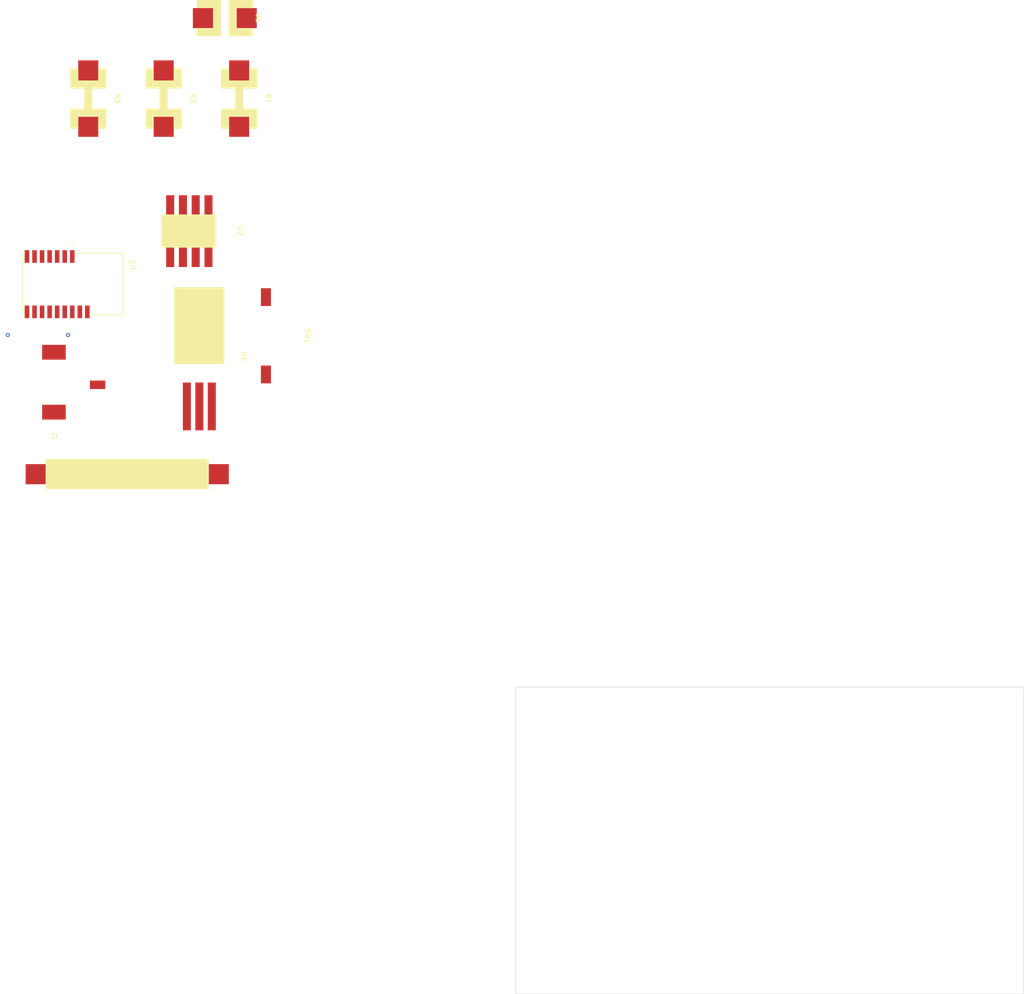
<source format=kicad_pcb>
(kicad_pcb (version 20211014) (generator pcbnew)
  (layers (0 "F.Cu" signal) (31 "B.Cu" signal) (34 "B.Paste" user) (35 "F.Paste" user) (36 "B.SilkS" user "B.Silkscreen") (37 "F.SilkS" user "F.Silkscreen") (38 "B.Mask" user) (39 "F.Mask" user) (44 "Edge.Cuts" user))
  (net 0 "")
  (net 1 "Net-(R1-Pad1)")
  (net 2 "Net-(R2-Pad1)")
  (net 5 "Net-(BT1-Pad1)")
  (net 7 "Net-(U2-Pad6)")
  (net 8 "Net-(BT1-Pad2)")
  (net 9 "Net-(R1-Pad2)")
  (net 23 "Net-(U3-Pad7)")
  (footprint "TPU" (layer "F.Cu") (at 20 -80 -90)
    (fp_text reference "R3" (at 0 -5.78 -90 unlocked) (layer "F.SilkS"))
    (fp_text value "TPU")
    (fp_rect (start 1.99 -3.6) (end 5.99 -2) (layer "F.SilkS") (width 0.0001) (fill solid))
    (fp_rect (start -6 -3.6) (end -2 -2) (layer "F.SilkS") (width 0.0001) (fill solid))
    (fp_rect (start -6 2) (end -2 3.6) (layer "F.SilkS") (width 0.0001) (fill solid))
    (fp_rect (start -3.6 -2) (end -2 2) (layer "F.SilkS") (width 0.0001) (fill solid))
    (fp_rect (start 1.99 -2) (end 3.59 2) (layer "F.SilkS") (width 0.0001) (fill solid))
    (fp_rect (start 1.99 2) (end 5.99 3.6) (layer "F.SilkS") (width 0.0001) (fill solid))
    (fp_rect (start -2 -0.8) (end 2 0.8) (layer "F.SilkS") (width 0.0001) (fill solid))
    (pad "1" smd rect (at -5.6 0 270) (size 4 4) (layers "F.Cu" "F.Paste" "F.Mask") (net 2 "Net-(R2-Pad1)"))
    (pad "2" smd rect (at 5.6 0 270) (size 4 4) (layers "F.Cu" "F.Paste" "F.Mask") (net 8 "Net-(BT1-Pad2)"))
  )
  (footprint "charge_port" (layer "F.Cu") (at 13.33 -23.61 180)
    (fp_text reference "J1" (at -0.04 -10.66 180 unlocked) (layer "F.SilkS"))
    (fp_text value "charge_port")
    (fp_rect (start -7 -4.48) (end 7 4.48) (layer "F.SilkS") (width 0.0001) (fill none))
    (pad "1" smd rect (at -8.53 -0.51) (size 3.07 1.7) (layers "F.Cu" "F.Paste" "F.Mask") (net 5 "Net-(BT1-Pad1)"))
    (pad "2" smd rect (at 0.15 5.96) (size 4.7 2.95) (layers "F.Cu" "F.Paste" "F.Mask") (net 8 "Net-(BT1-Pad2)"))
    (pad "3" smd rect (at 0.15 -5.95) (size 4.7 2.95) (layers "F.Cu" "F.Paste" "F.Mask") (net 8 "Net-(BT1-Pad2)"))
  )
  (footprint "TPU" (layer "F.Cu") (at 50 -80 -90)
    (fp_text reference "R1" (at 0 -5.78 -90 unlocked) (layer "F.SilkS"))
    (fp_text value "TPU")
    (fp_rect (start -6 -3.6) (end -2 -2) (layer "F.SilkS") (width 0.0001) (fill solid))
    (fp_rect (start -2 -0.8) (end 2 0.8) (layer "F.SilkS") (width 0.0001) (fill solid))
    (fp_rect (start 1.99 2) (end 5.99 3.6) (layer "F.SilkS") (width 0.0001) (fill solid))
    (fp_rect (start -3.6 -2) (end -2 2) (layer "F.SilkS") (width 0.0001) (fill solid))
    (fp_rect (start 1.99 -2) (end 3.59 2) (layer "F.SilkS") (width 0.0001) (fill solid))
    (fp_rect (start -6 2) (end -2 3.6) (layer "F.SilkS") (width 0.0001) (fill solid))
    (fp_rect (start 1.99 -3.6) (end 5.99 -2) (layer "F.SilkS") (width 0.0001) (fill solid))
    (pad "1" smd rect (at -5.6 0 270) (size 4 4) (layers "F.Cu" "F.Paste" "F.Mask") (net 1 "Net-(R1-Pad1)"))
    (pad "2" smd rect (at 5.6 0 270) (size 4 4) (layers "F.Cu" "F.Paste" "F.Mask") (net 9 "Net-(R1-Pad2)"))
  )
  (footprint "TPU" (layer "F.Cu") (at 35 -80 -90)
    (fp_text reference "R2" (at 0 -5.78 -90 unlocked) (layer "F.SilkS"))
    (fp_text value "TPU")
    (fp_rect (start -6 2) (end -2 3.6) (layer "F.SilkS") (width 0.0001) (fill solid))
    (fp_rect (start -2 -0.8) (end 2 0.8) (layer "F.SilkS") (width 0.0001) (fill solid))
    (fp_rect (start 1.99 -3.6) (end 5.99 -2) (layer "F.SilkS") (width 0.0001) (fill solid))
    (fp_rect (start -3.6 -2) (end -2 2) (layer "F.SilkS") (width 0.0001) (fill solid))
    (fp_rect (start 1.99 -2) (end 3.59 2) (layer "F.SilkS") (width 0.0001) (fill solid))
    (fp_rect (start -6 -3.6) (end -2 -2) (layer "F.SilkS") (width 0.0001) (fill solid))
    (fp_rect (start 1.99 2) (end 5.99 3.6) (layer "F.SilkS") (width 0.0001) (fill solid))
    (pad "1" smd rect (at -5.6 0 270) (size 4 4) (layers "F.Cu" "F.Paste" "F.Mask") (net 2 "Net-(R2-Pad1)"))
    (pad "2" smd rect (at 5.6 0 270) (size 4 4) (layers "F.Cu" "F.Paste" "F.Mask") (net 9 "Net-(R1-Pad2)"))
  )
  (footprint "voltage_regulator" (layer "F.Cu") (at 42.01 -28.77 -90)
    (fp_text reference "U4" (at 0.02 -9.03 -90 unlocked) (layer "F.SilkS"))
    (fp_text value "voltage_regulator")
    (fp_rect (start -13.73 -5.05) (end 1.52 4.95) (layer "F.SilkS") (width 0.0001) (fill solid))
    (pad "1" smd rect (at 9.97 2.4 270) (size 9.5 1.6) (layers "F.Cu" "F.Paste" "F.Mask") (net 8 "Net-(BT1-Pad2)"))
    (pad "2" smd rect (at 9.97 -0.075 270) (size 9.5 1.6) (layers "F.Cu" "F.Paste" "F.Mask") (net 23 "Net-(U3-Pad7)"))
    (pad "3" smd rect (at 9.97 -2.55 270) (size 9.5 1.6) (layers "F.Cu" "F.Paste" "F.Mask") (net 9 "Net-(R1-Pad2)"))
  )
  (footprint "custom_lf356" (layer "F.Cu") (at 39.9848 -53.6704 -90)
    (fp_text reference "U2" (at 0 -10.31 -90 unlocked) (layer "F.SilkS"))
    (fp_text value "dummy_lf356")
    (fp_rect (start -3.3 -5.5) (end 3.3 5.5) (layer "F.SilkS") (width 0.0001) (fill solid))
    (pad "1" smd rect (at -5.1775 -3.92 270) (size 3.875 1.6) (layers "F.Cu" "F.Paste" "F.Mask"))
    (pad "2" smd rect (at -5.1775 -1.38 270) (size 3.875 1.6) (layers "F.Cu" "F.Paste" "F.Mask") (net 1 "Net-(R1-Pad1)"))
    (pad "3" smd rect (at -5.1775 1.16 270) (size 3.875 1.6) (layers "F.Cu" "F.Paste" "F.Mask") (net 2 "Net-(R2-Pad1)"))
    (pad "4" smd rect (at -5.1775 3.7 270) (size 3.875 1.6) (layers "F.Cu" "F.Paste" "F.Mask") (net 8 "Net-(BT1-Pad2)"))
    (pad "5" smd rect (at 5.22 3.7 270) (size 3.875 1.6) (layers "F.Cu" "F.Paste" "F.Mask"))
    (pad "6" smd rect (at 5.22 1.16 270) (size 3.875 1.6) (layers "F.Cu" "F.Paste" "F.Mask") (net 7 "Net-(U2-Pad6)"))
    (pad "7" smd rect (at 5.22 -1.38 270) (size 3.875 1.6) (layers "F.Cu" "F.Paste" "F.Mask") (net 9 "Net-(R1-Pad2)"))
    (pad "8" smd rect (at 5.22 -3.92 270) (size 3.875 1.6) (layers "F.Cu" "F.Paste" "F.Mask"))
  )
  (footprint "MODULE_ESP-M2" (layer "F.Cu") (at 16.9224 -43.104 -90)
    (fp_text reference "U3" (at -3.83 -11.885 -90) (layer "F.SilkS"))
    (fp_text value "MODULE_ESP-M2")
    (fp_line (start -6.15 10) (end 6.15 10) (layer "F.SilkS") (width 0.127))
    (fp_line (start 6.15 -3.675) (end 6.15 -10) (layer "F.SilkS") (width 0.127))
    (fp_line (start 6.15 -10) (end -6.15 -10) (layer "F.SilkS") (width 0.127))
    (fp_line (start -6.15 -10) (end -6.15 -0.675) (layer "F.SilkS") (width 0.127))
    (fp_line (start 6.15 10) (end 6.15 9.875) (layer "F.SilkS") (width 0.127))
    (fp_line (start -6.15 10) (end -6.15 9.875) (layer "F.SilkS") (width 0.127))
    (fp_circle (center -7.755 0.1) (end -7.655 0.1) (layer "F.SilkS") (width 0.2) (fill none))
    (pad "1" smd rect (at -5.5 0.1 270) (size 2.51 0.91) (layers "F.Cu" "F.Paste" "F.Mask") (net 7 "Net-(U2-Pad6)"))
    (pad "2" smd rect (at -5.5 1.6 270) (size 2.51 0.91) (layers "F.Cu" "F.Paste" "F.Mask"))
    (pad "3" smd rect (at -5.5 3.1 270) (size 2.51 0.91) (layers "F.Cu" "F.Paste" "F.Mask"))
    (pad "4" smd rect (at -5.5 4.6 270) (size 2.51 0.91) (layers "F.Cu" "F.Paste" "F.Mask"))
    (pad "5" smd rect (at -5.5 6.1 270) (size 2.51 0.91) (layers "F.Cu" "F.Paste" "F.Mask"))
    (pad "6" smd rect (at -5.5 7.6 270) (size 2.51 0.91) (layers "F.Cu" "F.Paste" "F.Mask"))
    (pad "7" smd rect (at -5.5 9.1 270) (size 2.51 0.91) (layers "F.Cu" "F.Paste" "F.Mask") (net 23 "Net-(U3-Pad7)"))
    (pad "8" smd rect (at 5.5 9.1 270) (size 2.51 0.91) (layers "F.Cu" "F.Paste" "F.Mask") (net 8 "Net-(BT1-Pad2)"))
    (pad "9" smd rect (at 5.5 7.6 270) (size 2.51 0.91) (layers "F.Cu" "F.Paste" "F.Mask"))
    (pad "10" smd rect (at 5.5 6.1 270) (size 2.51 0.91) (layers "F.Cu" "F.Paste" "F.Mask"))
    (pad "11" smd rect (at 5.5 4.6 270) (size 2.51 0.91) (layers "F.Cu" "F.Paste" "F.Mask"))
    (pad "12" smd rect (at 5.5 3.1 270) (size 2.51 0.91) (layers "F.Cu" "F.Paste" "F.Mask"))
    (pad "13" smd rect (at 5.5 1.6 270) (size 2.51 0.91) (layers "F.Cu" "F.Paste" "F.Mask"))
    (pad "14" smd rect (at 5.5 0.1 270) (size 2.51 0.91) (layers "F.Cu" "F.Paste" "F.Mask"))
    (pad "15" smd rect (at 5.5 -1.4 270) (size 2.51 0.91) (layers "F.Cu" "F.Paste" "F.Mask"))
    (pad "16" smd rect (at 5.5 -2.9 270) (size 2.51 0.91) (layers "F.Cu" "F.Paste" "F.Mask"))
  )
  (footprint "switch" (layer "F.Cu") (at 55.3264 -32.8424 -90)
    (fp_text reference "SW1" (at 0.02 -8.28 -90 unlocked) (layer "F.SilkS"))
    (fp_text value "switch")
    (fp_rect (start -5.95 4.1) (end 5.95 -4.1) (layer "F.SilkS") (width 0.001) (fill none))
    (pad "1" smd rect (at -7.69 0 270) (size 3.54 2) (layers "F.Cu" "F.Paste" "F.Mask") (net 9 "Net-(R1-Pad2)"))
    (pad "2" smd rect (at 7.69 0 270) (size 3.54 2) (layers "F.Cu" "F.Paste" "F.Mask") (net 5 "Net-(BT1-Pad1)"))
  )
  (footprint "Battery" (layer "F.Cu") (at 27.75 -5.33 90)
    (fp_text reference "BT1" (at -0.08 -5.9 90 unlocked) (layer "F.SilkS"))
    (fp_text value "Battery")
    (fp_rect (start -3 -16.2) (end 3 16.2) (layer "F.SilkS") (width 0.001) (fill solid))
    (pad "1" smd rect (at 0 18.2 90) (size 4 4) (layers "F.Cu" "F.Paste" "F.Mask") (net 5 "Net-(BT1-Pad1)"))
    (pad "2" smd rect (at 0 -18.2 90) (size 4 4) (layers "F.Cu" "F.Paste" "F.Mask") (net 8 "Net-(BT1-Pad2)"))
  )
  (footprint "wave_gen" (layer "F.Cu") (at 47.15 -96 -90)
    (fp_text reference "U1" (at -0.08 -6.71 -90 unlocked) (layer "F.SilkS"))
    (fp_text value "for_thing")
    (fp_rect (start -3.6 0.75) (end 3.6 2.35) (layer "F.SilkS") (width 0.0001) (fill solid))
    (fp_rect (start 3.61 -0.75) (end -3.59 -2.35) (layer "F.SilkS") (width 0.0001) (fill solid))
    (fp_rect (start 3.6 2.34) (end 2 5.69) (layer "F.SilkS") (width 0.0001) (fill solid))
    (fp_rect (start -2 2.35) (end -3.6 5.54) (layer "F.SilkS") (width 0.0001) (fill solid))
    (fp_rect (start 2.01 -2.35) (end 3.61 -5.54) (layer "F.SilkS") (width 0.0001) (fill solid))
    (fp_rect (start -3.59 -2.34) (end -1.99 -5.69) (layer "F.SilkS") (width 0.0001) (fill solid))
    (pad "1" smd rect (at 0 4.35 270) (size 4 4) (layers "F.Cu" "F.Paste" "F.Mask") (net 8 "Net-(BT1-Pad2)"))
    (pad "2" smd rect (at 0 -4.35 90) (size 4 4) (layers "F.Cu" "F.Paste" "F.Mask") (net 1 "Net-(R1-Pad1)"))
  )
  (gr_rect (start 105 37) (end 206 98) (layer "Edge.Cuts") (width 0.1) (fill none))
  (via (at 4 -32.996) (size 0.8) (drill 0.4) (layers "F.Cu" "B.Cu") (net 1))
  (via (at 16 -32.996) (size 0.8) (drill 0.4) (layers "F.Cu" "B.Cu") (net 1))
)
</source>
